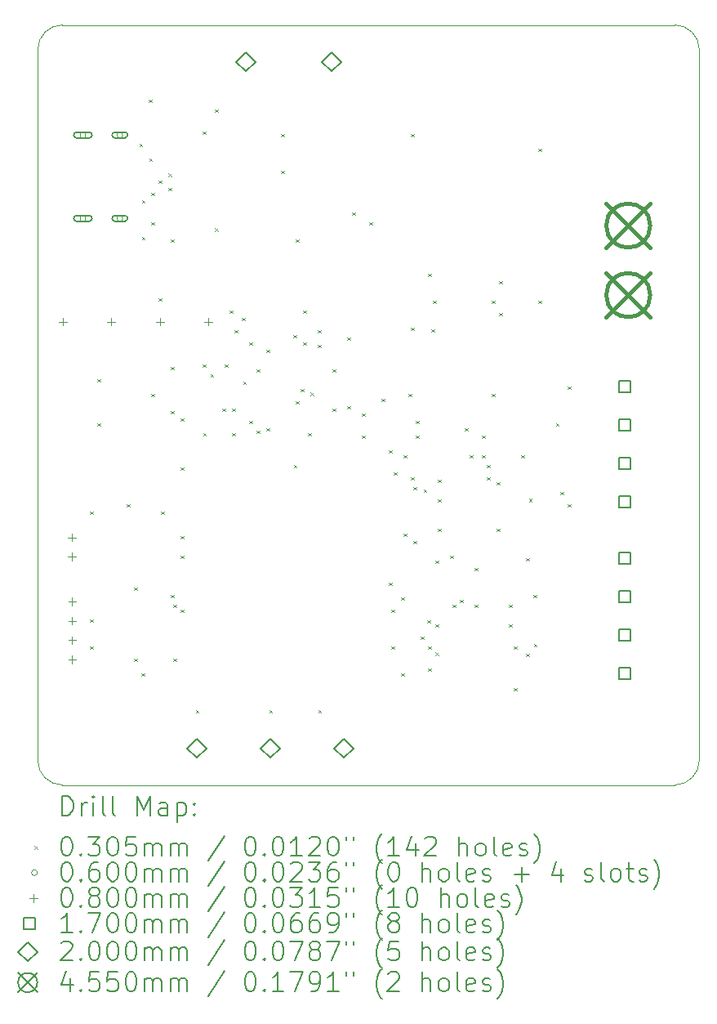
<source format=gbr>
%TF.GenerationSoftware,KiCad,Pcbnew,(6.0.7)*%
%TF.CreationDate,2022-11-10T23:39:28-08:00*%
%TF.ProjectId,Gimbal,47696d62-616c-42e6-9b69-6361645f7063,rev?*%
%TF.SameCoordinates,Original*%
%TF.FileFunction,Drillmap*%
%TF.FilePolarity,Positive*%
%FSLAX45Y45*%
G04 Gerber Fmt 4.5, Leading zero omitted, Abs format (unit mm)*
G04 Created by KiCad (PCBNEW (6.0.7)) date 2022-11-10 23:39:28*
%MOMM*%
%LPD*%
G01*
G04 APERTURE LIST*
%ADD10C,0.100000*%
%ADD11C,0.200000*%
%ADD12C,0.030480*%
%ADD13C,0.060000*%
%ADD14C,0.080000*%
%ADD15C,0.170000*%
%ADD16C,0.455000*%
G04 APERTURE END LIST*
D10*
X11684000Y-12446000D02*
X18034000Y-12446000D01*
X11430000Y-12192000D02*
X11430000Y-4826000D01*
X11684000Y-4572000D02*
G75*
G03*
X11430000Y-4826000I0J-254000D01*
G01*
X11430000Y-12192000D02*
G75*
G03*
X11684000Y-12446000I254000J0D01*
G01*
X18288000Y-12192000D02*
X18288000Y-4826000D01*
X18288000Y-4826000D02*
G75*
G03*
X18034000Y-4572000I-254000J0D01*
G01*
X18034000Y-4572000D02*
X11684000Y-4572000D01*
X18034000Y-12446000D02*
G75*
G03*
X18288000Y-12192000I0J254000D01*
G01*
D11*
D12*
X11969760Y-9611360D02*
X12000240Y-9641840D01*
X12000240Y-9611360D02*
X11969760Y-9641840D01*
X11969760Y-10728960D02*
X12000240Y-10759440D01*
X12000240Y-10728960D02*
X11969760Y-10759440D01*
X11969760Y-11008360D02*
X12000240Y-11038840D01*
X12000240Y-11008360D02*
X11969760Y-11038840D01*
X12045960Y-8239760D02*
X12076440Y-8270240D01*
X12076440Y-8239760D02*
X12045960Y-8270240D01*
X12045960Y-8696960D02*
X12076440Y-8727440D01*
X12076440Y-8696960D02*
X12045960Y-8727440D01*
X12350760Y-9535160D02*
X12381240Y-9565640D01*
X12381240Y-9535160D02*
X12350760Y-9565640D01*
X12426960Y-10398760D02*
X12457440Y-10429240D01*
X12457440Y-10398760D02*
X12426960Y-10429240D01*
X12426960Y-11135360D02*
X12457440Y-11165840D01*
X12457440Y-11135360D02*
X12426960Y-11165840D01*
X12481560Y-5801360D02*
X12512040Y-5831840D01*
X12512040Y-5801360D02*
X12481560Y-5831840D01*
X12503160Y-11287760D02*
X12533640Y-11318240D01*
X12533640Y-11287760D02*
X12503160Y-11318240D01*
X12506960Y-6385560D02*
X12537440Y-6416040D01*
X12537440Y-6385560D02*
X12506960Y-6416040D01*
X12506960Y-6766560D02*
X12537440Y-6797040D01*
X12537440Y-6766560D02*
X12506960Y-6797040D01*
X12582760Y-5344560D02*
X12613240Y-5375040D01*
X12613240Y-5344560D02*
X12582760Y-5375040D01*
X12583160Y-5953760D02*
X12613640Y-5984240D01*
X12613640Y-5953760D02*
X12583160Y-5984240D01*
X12604760Y-6309360D02*
X12635240Y-6339840D01*
X12635240Y-6309360D02*
X12604760Y-6339840D01*
X12604760Y-6614160D02*
X12635240Y-6644640D01*
X12635240Y-6614160D02*
X12604760Y-6644640D01*
X12604760Y-8392160D02*
X12635240Y-8422640D01*
X12635240Y-8392160D02*
X12604760Y-8422640D01*
X12680960Y-6182360D02*
X12711440Y-6212840D01*
X12711440Y-6182360D02*
X12680960Y-6212840D01*
X12680960Y-7401560D02*
X12711440Y-7432040D01*
X12711440Y-7401560D02*
X12680960Y-7432040D01*
X12706360Y-9611360D02*
X12736840Y-9641840D01*
X12736840Y-9611360D02*
X12706360Y-9641840D01*
X12782560Y-6109960D02*
X12813040Y-6140440D01*
X12813040Y-6109960D02*
X12782560Y-6140440D01*
X12782560Y-6258560D02*
X12813040Y-6289040D01*
X12813040Y-6258560D02*
X12782560Y-6289040D01*
X12807960Y-6791960D02*
X12838440Y-6822440D01*
X12838440Y-6791960D02*
X12807960Y-6822440D01*
X12807960Y-8112760D02*
X12838440Y-8143240D01*
X12838440Y-8112760D02*
X12807960Y-8143240D01*
X12807960Y-8569960D02*
X12838440Y-8600440D01*
X12838440Y-8569960D02*
X12807960Y-8600440D01*
X12807960Y-10474960D02*
X12838440Y-10505440D01*
X12838440Y-10474960D02*
X12807960Y-10505440D01*
X12833360Y-10576560D02*
X12863840Y-10607040D01*
X12863840Y-10576560D02*
X12833360Y-10607040D01*
X12833360Y-11135360D02*
X12863840Y-11165840D01*
X12863840Y-11135360D02*
X12833360Y-11165840D01*
X12909560Y-8646160D02*
X12940040Y-8676640D01*
X12940040Y-8646160D02*
X12909560Y-8676640D01*
X12909560Y-9154160D02*
X12940040Y-9184640D01*
X12940040Y-9154160D02*
X12909560Y-9184640D01*
X12909560Y-9865360D02*
X12940040Y-9895840D01*
X12940040Y-9865360D02*
X12909560Y-9895840D01*
X12909560Y-10068560D02*
X12940040Y-10099040D01*
X12940040Y-10068560D02*
X12909560Y-10099040D01*
X12909560Y-10627360D02*
X12940040Y-10657840D01*
X12940040Y-10627360D02*
X12909560Y-10657840D01*
X13065760Y-11668760D02*
X13096240Y-11699240D01*
X13096240Y-11668760D02*
X13065760Y-11699240D01*
X13138160Y-5674360D02*
X13168640Y-5704840D01*
X13168640Y-5674360D02*
X13138160Y-5704840D01*
X13138160Y-8087360D02*
X13168640Y-8117840D01*
X13168640Y-8087360D02*
X13138160Y-8117840D01*
X13141960Y-8798560D02*
X13172440Y-8829040D01*
X13172440Y-8798560D02*
X13141960Y-8829040D01*
X13218160Y-8188960D02*
X13248640Y-8219440D01*
X13248640Y-8188960D02*
X13218160Y-8219440D01*
X13265160Y-5445760D02*
X13295640Y-5476240D01*
X13295640Y-5445760D02*
X13265160Y-5476240D01*
X13265160Y-6677450D02*
X13295640Y-6707930D01*
X13295640Y-6677450D02*
X13265160Y-6707930D01*
X13341360Y-8544560D02*
X13371840Y-8575040D01*
X13371840Y-8544560D02*
X13341360Y-8575040D01*
X13366760Y-8087360D02*
X13397240Y-8117840D01*
X13397240Y-8087360D02*
X13366760Y-8117840D01*
X13417560Y-7528560D02*
X13448040Y-7559040D01*
X13448040Y-7528560D02*
X13417560Y-7559040D01*
X13442960Y-8544560D02*
X13473440Y-8575040D01*
X13473440Y-8544560D02*
X13442960Y-8575040D01*
X13442960Y-8798560D02*
X13473440Y-8829040D01*
X13473440Y-8798560D02*
X13442960Y-8829040D01*
X13468360Y-7731760D02*
X13498840Y-7762240D01*
X13498840Y-7731760D02*
X13468360Y-7762240D01*
X13544560Y-7604760D02*
X13575040Y-7635240D01*
X13575040Y-7604760D02*
X13544560Y-7635240D01*
X13557310Y-8265160D02*
X13587790Y-8295640D01*
X13587790Y-8265160D02*
X13557310Y-8295640D01*
X13620760Y-7858760D02*
X13651240Y-7889240D01*
X13651240Y-7858760D02*
X13620760Y-7889240D01*
X13620760Y-8671560D02*
X13651240Y-8702040D01*
X13651240Y-8671560D02*
X13620760Y-8702040D01*
X13696960Y-8138160D02*
X13727440Y-8168640D01*
X13727440Y-8138160D02*
X13696960Y-8168640D01*
X13696960Y-8773160D02*
X13727440Y-8803640D01*
X13727440Y-8773160D02*
X13696960Y-8803640D01*
X13798560Y-7934960D02*
X13829040Y-7965440D01*
X13829040Y-7934960D02*
X13798560Y-7965440D01*
X13798560Y-8747760D02*
X13829040Y-8778240D01*
X13829040Y-8747760D02*
X13798560Y-8778240D01*
X13827760Y-11668760D02*
X13858240Y-11699240D01*
X13858240Y-11668760D02*
X13827760Y-11699240D01*
X13950960Y-5699760D02*
X13981440Y-5730240D01*
X13981440Y-5699760D02*
X13950960Y-5730240D01*
X13950960Y-6080760D02*
X13981440Y-6111240D01*
X13981440Y-6080760D02*
X13950960Y-6111240D01*
X14077960Y-7782560D02*
X14108440Y-7813040D01*
X14108440Y-7782560D02*
X14077960Y-7813040D01*
X14081760Y-9128760D02*
X14112240Y-9159240D01*
X14112240Y-9128760D02*
X14081760Y-9159240D01*
X14103360Y-6791960D02*
X14133840Y-6822440D01*
X14133840Y-6791960D02*
X14103360Y-6822440D01*
X14103360Y-8468360D02*
X14133840Y-8498840D01*
X14133840Y-8468360D02*
X14103360Y-8498840D01*
X14154160Y-8341360D02*
X14184640Y-8371840D01*
X14184640Y-8341360D02*
X14154160Y-8371840D01*
X14179560Y-7528560D02*
X14210040Y-7559040D01*
X14210040Y-7528560D02*
X14179560Y-7559040D01*
X14179560Y-7858760D02*
X14210040Y-7889240D01*
X14210040Y-7858760D02*
X14179560Y-7889240D01*
X14230360Y-8798560D02*
X14260840Y-8829040D01*
X14260840Y-8798560D02*
X14230360Y-8829040D01*
X14255760Y-8379510D02*
X14286240Y-8409990D01*
X14286240Y-8379510D02*
X14255760Y-8409990D01*
X14331960Y-7731760D02*
X14362440Y-7762240D01*
X14362440Y-7731760D02*
X14331960Y-7762240D01*
X14331960Y-7884160D02*
X14362440Y-7914640D01*
X14362440Y-7884160D02*
X14331960Y-7914640D01*
X14335760Y-11668760D02*
X14366240Y-11699240D01*
X14366240Y-11668760D02*
X14335760Y-11699240D01*
X14484360Y-8138160D02*
X14514840Y-8168640D01*
X14514840Y-8138160D02*
X14484360Y-8168640D01*
X14484360Y-8544560D02*
X14514840Y-8575040D01*
X14514840Y-8544560D02*
X14484360Y-8575040D01*
X14636760Y-7807960D02*
X14667240Y-7838440D01*
X14667240Y-7807960D02*
X14636760Y-7838440D01*
X14636760Y-8519160D02*
X14667240Y-8549640D01*
X14667240Y-8519160D02*
X14636760Y-8549640D01*
X14687560Y-6512560D02*
X14718040Y-6543040D01*
X14718040Y-6512560D02*
X14687560Y-6543040D01*
X14789160Y-8595360D02*
X14819640Y-8625840D01*
X14819640Y-8595360D02*
X14789160Y-8625840D01*
X14789160Y-8823960D02*
X14819640Y-8854440D01*
X14819640Y-8823960D02*
X14789160Y-8854440D01*
X14865360Y-6614160D02*
X14895840Y-6644640D01*
X14895840Y-6614160D02*
X14865360Y-6644640D01*
X14992360Y-8442960D02*
X15022840Y-8473440D01*
X15022840Y-8442960D02*
X14992360Y-8473440D01*
X15068560Y-8976360D02*
X15099040Y-9006840D01*
X15099040Y-8976360D02*
X15068560Y-9006840D01*
X15068560Y-10347960D02*
X15099040Y-10378440D01*
X15099040Y-10347960D02*
X15068560Y-10378440D01*
X15093960Y-10627360D02*
X15124440Y-10657840D01*
X15124440Y-10627360D02*
X15093960Y-10657840D01*
X15093960Y-11008360D02*
X15124440Y-11038840D01*
X15124440Y-11008360D02*
X15093960Y-11038840D01*
X15119360Y-9204960D02*
X15149840Y-9235440D01*
X15149840Y-9204960D02*
X15119360Y-9235440D01*
X15195560Y-10500360D02*
X15226040Y-10530840D01*
X15226040Y-10500360D02*
X15195560Y-10530840D01*
X15195560Y-11287760D02*
X15226040Y-11318240D01*
X15226040Y-11287760D02*
X15195560Y-11318240D01*
X15220960Y-9027160D02*
X15251440Y-9057640D01*
X15251440Y-9027160D02*
X15220960Y-9057640D01*
X15220960Y-9839960D02*
X15251440Y-9870440D01*
X15251440Y-9839960D02*
X15220960Y-9870440D01*
X15271760Y-8392160D02*
X15302240Y-8422640D01*
X15302240Y-8392160D02*
X15271760Y-8422640D01*
X15297160Y-5699760D02*
X15327640Y-5730240D01*
X15327640Y-5699760D02*
X15297160Y-5730240D01*
X15297160Y-7706360D02*
X15327640Y-7736840D01*
X15327640Y-7706360D02*
X15297160Y-7736840D01*
X15297160Y-9255760D02*
X15327640Y-9286240D01*
X15327640Y-9255760D02*
X15297160Y-9286240D01*
X15322560Y-9357360D02*
X15353040Y-9387840D01*
X15353040Y-9357360D02*
X15322560Y-9387840D01*
X15322560Y-9916160D02*
X15353040Y-9946640D01*
X15353040Y-9916160D02*
X15322560Y-9946640D01*
X15347960Y-8671560D02*
X15378440Y-8702040D01*
X15378440Y-8671560D02*
X15347960Y-8702040D01*
X15347960Y-8823960D02*
X15378440Y-8854440D01*
X15378440Y-8823960D02*
X15347960Y-8854440D01*
X15398760Y-10906760D02*
X15429240Y-10937240D01*
X15429240Y-10906760D02*
X15398760Y-10937240D01*
X15427960Y-9382760D02*
X15458440Y-9413240D01*
X15458440Y-9382760D02*
X15427960Y-9413240D01*
X15467290Y-10737563D02*
X15497770Y-10768043D01*
X15497770Y-10737563D02*
X15467290Y-10768043D01*
X15474960Y-7147560D02*
X15505440Y-7178040D01*
X15505440Y-7147560D02*
X15474960Y-7178040D01*
X15474960Y-11008360D02*
X15505440Y-11038840D01*
X15505440Y-11008360D02*
X15474960Y-11038840D01*
X15474960Y-11236960D02*
X15505440Y-11267440D01*
X15505440Y-11236960D02*
X15474960Y-11267440D01*
X15508960Y-7723160D02*
X15539440Y-7753640D01*
X15539440Y-7723160D02*
X15508960Y-7753640D01*
X15525760Y-7426960D02*
X15556240Y-7457440D01*
X15556240Y-7426960D02*
X15525760Y-7457440D01*
X15551160Y-10119360D02*
X15581640Y-10149840D01*
X15581640Y-10119360D02*
X15551160Y-10149840D01*
X15551160Y-10779760D02*
X15581640Y-10810240D01*
X15581640Y-10779760D02*
X15551160Y-10810240D01*
X15551160Y-11071810D02*
X15581640Y-11102290D01*
X15581640Y-11071810D02*
X15551160Y-11102290D01*
X15576560Y-9281160D02*
X15607040Y-9311640D01*
X15607040Y-9281160D02*
X15576560Y-9311640D01*
X15576560Y-9484360D02*
X15607040Y-9514840D01*
X15607040Y-9484360D02*
X15576560Y-9514840D01*
X15576560Y-9789160D02*
X15607040Y-9819640D01*
X15607040Y-9789160D02*
X15576560Y-9819640D01*
X15703560Y-10068560D02*
X15734040Y-10099040D01*
X15734040Y-10068560D02*
X15703560Y-10099040D01*
X15728960Y-10576560D02*
X15759440Y-10607040D01*
X15759440Y-10576560D02*
X15728960Y-10607040D01*
X15805160Y-10525760D02*
X15835640Y-10556240D01*
X15835640Y-10525760D02*
X15805160Y-10556240D01*
X15855960Y-8747760D02*
X15886440Y-8778240D01*
X15886440Y-8747760D02*
X15855960Y-8778240D01*
X15906760Y-9027160D02*
X15937240Y-9057640D01*
X15937240Y-9027160D02*
X15906760Y-9057640D01*
X15957560Y-10195560D02*
X15988040Y-10226040D01*
X15988040Y-10195560D02*
X15957560Y-10226040D01*
X15957560Y-10576560D02*
X15988040Y-10607040D01*
X15988040Y-10576560D02*
X15957560Y-10607040D01*
X16033760Y-8823960D02*
X16064240Y-8854440D01*
X16064240Y-8823960D02*
X16033760Y-8854440D01*
X16033760Y-9027160D02*
X16064240Y-9057640D01*
X16064240Y-9027160D02*
X16033760Y-9057640D01*
X16084560Y-9128760D02*
X16115040Y-9159240D01*
X16115040Y-9128760D02*
X16084560Y-9159240D01*
X16084560Y-9255760D02*
X16115040Y-9286240D01*
X16115040Y-9255760D02*
X16084560Y-9286240D01*
X16135360Y-7426960D02*
X16165840Y-7457440D01*
X16165840Y-7426960D02*
X16135360Y-7457440D01*
X16135360Y-8392160D02*
X16165840Y-8422640D01*
X16165840Y-8392160D02*
X16135360Y-8422640D01*
X16186160Y-9306560D02*
X16216640Y-9337040D01*
X16216640Y-9306560D02*
X16186160Y-9337040D01*
X16186160Y-9789160D02*
X16216640Y-9819640D01*
X16216640Y-9789160D02*
X16186160Y-9819640D01*
X16211560Y-7223760D02*
X16242040Y-7254240D01*
X16242040Y-7223760D02*
X16211560Y-7254240D01*
X16211560Y-7553960D02*
X16242040Y-7584440D01*
X16242040Y-7553960D02*
X16211560Y-7584440D01*
X16313160Y-10576560D02*
X16343640Y-10607040D01*
X16343640Y-10576560D02*
X16313160Y-10607040D01*
X16313160Y-10779760D02*
X16343640Y-10810240D01*
X16343640Y-10779760D02*
X16313160Y-10810240D01*
X16363960Y-11008360D02*
X16394440Y-11038840D01*
X16394440Y-11008360D02*
X16363960Y-11038840D01*
X16363960Y-11440160D02*
X16394440Y-11470640D01*
X16394440Y-11440160D02*
X16363960Y-11470640D01*
X16440160Y-9027160D02*
X16470640Y-9057640D01*
X16470640Y-9027160D02*
X16440160Y-9057640D01*
X16490960Y-10093960D02*
X16521440Y-10124440D01*
X16521440Y-10093960D02*
X16490960Y-10124440D01*
X16490960Y-11084560D02*
X16521440Y-11115040D01*
X16521440Y-11084560D02*
X16490960Y-11115040D01*
X16520160Y-9479330D02*
X16550640Y-9509810D01*
X16550640Y-9479330D02*
X16520160Y-9509810D01*
X16567160Y-10474960D02*
X16597640Y-10505440D01*
X16597640Y-10474960D02*
X16567160Y-10505440D01*
X16570960Y-10982960D02*
X16601440Y-11013440D01*
X16601440Y-10982960D02*
X16570960Y-11013440D01*
X16617960Y-5852160D02*
X16648440Y-5882640D01*
X16648440Y-5852160D02*
X16617960Y-5882640D01*
X16617960Y-7426960D02*
X16648440Y-7457440D01*
X16648440Y-7426960D02*
X16617960Y-7457440D01*
X16799560Y-8696960D02*
X16830040Y-8727440D01*
X16830040Y-8696960D02*
X16799560Y-8727440D01*
X16846560Y-9408160D02*
X16877040Y-9438640D01*
X16877040Y-9408160D02*
X16846560Y-9438640D01*
X16922760Y-8315960D02*
X16953240Y-8346440D01*
X16953240Y-8315960D02*
X16922760Y-8346440D01*
X16922760Y-9535160D02*
X16953240Y-9565640D01*
X16953240Y-9535160D02*
X16922760Y-9565640D01*
D13*
X11927550Y-5712400D02*
G75*
G03*
X11927550Y-5712400I-30000J0D01*
G01*
D11*
X11962550Y-5682400D02*
X11832550Y-5682400D01*
X11962550Y-5742400D02*
X11832550Y-5742400D01*
X11832550Y-5682400D02*
G75*
G03*
X11832550Y-5742400I0J-30000D01*
G01*
X11962550Y-5742400D02*
G75*
G03*
X11962550Y-5682400I0J30000D01*
G01*
D13*
X11927550Y-6576400D02*
G75*
G03*
X11927550Y-6576400I-30000J0D01*
G01*
D11*
X11962550Y-6546400D02*
X11832550Y-6546400D01*
X11962550Y-6606400D02*
X11832550Y-6606400D01*
X11832550Y-6546400D02*
G75*
G03*
X11832550Y-6606400I0J-30000D01*
G01*
X11962550Y-6606400D02*
G75*
G03*
X11962550Y-6546400I0J30000D01*
G01*
D13*
X12310050Y-5712400D02*
G75*
G03*
X12310050Y-5712400I-30000J0D01*
G01*
D11*
X12330050Y-5682400D02*
X12230050Y-5682400D01*
X12330050Y-5742400D02*
X12230050Y-5742400D01*
X12230050Y-5682400D02*
G75*
G03*
X12230050Y-5742400I0J-30000D01*
G01*
X12330050Y-5742400D02*
G75*
G03*
X12330050Y-5682400I0J30000D01*
G01*
D13*
X12310050Y-6576400D02*
G75*
G03*
X12310050Y-6576400I-30000J0D01*
G01*
D11*
X12330050Y-6546400D02*
X12230050Y-6546400D01*
X12330050Y-6606400D02*
X12230050Y-6606400D01*
X12230050Y-6546400D02*
G75*
G03*
X12230050Y-6606400I0J-30000D01*
G01*
X12330050Y-6606400D02*
G75*
G03*
X12330050Y-6546400I0J30000D01*
G01*
D14*
X11688200Y-7605400D02*
X11688200Y-7685400D01*
X11648200Y-7645400D02*
X11728200Y-7645400D01*
X11781800Y-9840600D02*
X11781800Y-9920600D01*
X11741800Y-9880600D02*
X11821800Y-9880600D01*
X11781800Y-10040600D02*
X11781800Y-10120600D01*
X11741800Y-10080600D02*
X11821800Y-10080600D01*
X11787000Y-10505800D02*
X11787000Y-10585800D01*
X11747000Y-10545800D02*
X11827000Y-10545800D01*
X11787000Y-10705800D02*
X11787000Y-10785800D01*
X11747000Y-10745800D02*
X11827000Y-10745800D01*
X11787000Y-10905800D02*
X11787000Y-10985800D01*
X11747000Y-10945800D02*
X11827000Y-10945800D01*
X11787000Y-11105800D02*
X11787000Y-11185800D01*
X11747000Y-11145800D02*
X11827000Y-11145800D01*
X12188200Y-7605400D02*
X12188200Y-7685400D01*
X12148200Y-7645400D02*
X12228200Y-7645400D01*
X12696200Y-7605400D02*
X12696200Y-7685400D01*
X12656200Y-7645400D02*
X12736200Y-7645400D01*
X13196200Y-7605400D02*
X13196200Y-7685400D01*
X13156200Y-7645400D02*
X13236200Y-7645400D01*
D15*
X17571805Y-8381505D02*
X17571805Y-8261295D01*
X17451595Y-8261295D01*
X17451595Y-8381505D01*
X17571805Y-8381505D01*
X17571805Y-8777505D02*
X17571805Y-8657295D01*
X17451595Y-8657295D01*
X17451595Y-8777505D01*
X17571805Y-8777505D01*
X17571805Y-9173505D02*
X17571805Y-9053295D01*
X17451595Y-9053295D01*
X17451595Y-9173505D01*
X17571805Y-9173505D01*
X17571805Y-9569505D02*
X17571805Y-9449295D01*
X17451595Y-9449295D01*
X17451595Y-9569505D01*
X17571805Y-9569505D01*
X17571805Y-10159505D02*
X17571805Y-10039295D01*
X17451595Y-10039295D01*
X17451595Y-10159505D01*
X17571805Y-10159505D01*
X17571805Y-10555505D02*
X17571805Y-10435295D01*
X17451595Y-10435295D01*
X17451595Y-10555505D01*
X17571805Y-10555505D01*
X17571805Y-10951505D02*
X17571805Y-10831295D01*
X17451595Y-10831295D01*
X17451595Y-10951505D01*
X17571805Y-10951505D01*
X17571805Y-11347505D02*
X17571805Y-11227295D01*
X17451595Y-11227295D01*
X17451595Y-11347505D01*
X17571805Y-11347505D01*
D11*
X13081000Y-12165000D02*
X13181000Y-12065000D01*
X13081000Y-11965000D01*
X12981000Y-12065000D01*
X13081000Y-12165000D01*
X13589000Y-5053000D02*
X13689000Y-4953000D01*
X13589000Y-4853000D01*
X13489000Y-4953000D01*
X13589000Y-5053000D01*
X13843000Y-12165000D02*
X13943000Y-12065000D01*
X13843000Y-11965000D01*
X13743000Y-12065000D01*
X13843000Y-12165000D01*
X14478000Y-5053000D02*
X14578000Y-4953000D01*
X14478000Y-4853000D01*
X14378000Y-4953000D01*
X14478000Y-5053000D01*
X14605000Y-12165000D02*
X14705000Y-12065000D01*
X14605000Y-11965000D01*
X14505000Y-12065000D01*
X14605000Y-12165000D01*
D16*
X17323900Y-6422900D02*
X17778900Y-6877900D01*
X17778900Y-6422900D02*
X17323900Y-6877900D01*
X17778900Y-6650400D02*
G75*
G03*
X17778900Y-6650400I-227500J0D01*
G01*
X17323900Y-7142900D02*
X17778900Y-7597900D01*
X17778900Y-7142900D02*
X17323900Y-7597900D01*
X17778900Y-7370400D02*
G75*
G03*
X17778900Y-7370400I-227500J0D01*
G01*
D11*
X11682619Y-12761476D02*
X11682619Y-12561476D01*
X11730238Y-12561476D01*
X11758809Y-12571000D01*
X11777857Y-12590048D01*
X11787381Y-12609095D01*
X11796905Y-12647190D01*
X11796905Y-12675762D01*
X11787381Y-12713857D01*
X11777857Y-12732905D01*
X11758809Y-12751952D01*
X11730238Y-12761476D01*
X11682619Y-12761476D01*
X11882619Y-12761476D02*
X11882619Y-12628143D01*
X11882619Y-12666238D02*
X11892143Y-12647190D01*
X11901667Y-12637667D01*
X11920714Y-12628143D01*
X11939762Y-12628143D01*
X12006428Y-12761476D02*
X12006428Y-12628143D01*
X12006428Y-12561476D02*
X11996905Y-12571000D01*
X12006428Y-12580524D01*
X12015952Y-12571000D01*
X12006428Y-12561476D01*
X12006428Y-12580524D01*
X12130238Y-12761476D02*
X12111190Y-12751952D01*
X12101667Y-12732905D01*
X12101667Y-12561476D01*
X12235000Y-12761476D02*
X12215952Y-12751952D01*
X12206428Y-12732905D01*
X12206428Y-12561476D01*
X12463571Y-12761476D02*
X12463571Y-12561476D01*
X12530238Y-12704333D01*
X12596905Y-12561476D01*
X12596905Y-12761476D01*
X12777857Y-12761476D02*
X12777857Y-12656714D01*
X12768333Y-12637667D01*
X12749286Y-12628143D01*
X12711190Y-12628143D01*
X12692143Y-12637667D01*
X12777857Y-12751952D02*
X12758809Y-12761476D01*
X12711190Y-12761476D01*
X12692143Y-12751952D01*
X12682619Y-12732905D01*
X12682619Y-12713857D01*
X12692143Y-12694809D01*
X12711190Y-12685286D01*
X12758809Y-12685286D01*
X12777857Y-12675762D01*
X12873095Y-12628143D02*
X12873095Y-12828143D01*
X12873095Y-12637667D02*
X12892143Y-12628143D01*
X12930238Y-12628143D01*
X12949286Y-12637667D01*
X12958809Y-12647190D01*
X12968333Y-12666238D01*
X12968333Y-12723381D01*
X12958809Y-12742428D01*
X12949286Y-12751952D01*
X12930238Y-12761476D01*
X12892143Y-12761476D01*
X12873095Y-12751952D01*
X13054048Y-12742428D02*
X13063571Y-12751952D01*
X13054048Y-12761476D01*
X13044524Y-12751952D01*
X13054048Y-12742428D01*
X13054048Y-12761476D01*
X13054048Y-12637667D02*
X13063571Y-12647190D01*
X13054048Y-12656714D01*
X13044524Y-12647190D01*
X13054048Y-12637667D01*
X13054048Y-12656714D01*
D12*
X11394520Y-13075760D02*
X11425000Y-13106240D01*
X11425000Y-13075760D02*
X11394520Y-13106240D01*
D11*
X11720714Y-12981476D02*
X11739762Y-12981476D01*
X11758809Y-12991000D01*
X11768333Y-13000524D01*
X11777857Y-13019571D01*
X11787381Y-13057667D01*
X11787381Y-13105286D01*
X11777857Y-13143381D01*
X11768333Y-13162428D01*
X11758809Y-13171952D01*
X11739762Y-13181476D01*
X11720714Y-13181476D01*
X11701667Y-13171952D01*
X11692143Y-13162428D01*
X11682619Y-13143381D01*
X11673095Y-13105286D01*
X11673095Y-13057667D01*
X11682619Y-13019571D01*
X11692143Y-13000524D01*
X11701667Y-12991000D01*
X11720714Y-12981476D01*
X11873095Y-13162428D02*
X11882619Y-13171952D01*
X11873095Y-13181476D01*
X11863571Y-13171952D01*
X11873095Y-13162428D01*
X11873095Y-13181476D01*
X11949286Y-12981476D02*
X12073095Y-12981476D01*
X12006428Y-13057667D01*
X12035000Y-13057667D01*
X12054048Y-13067190D01*
X12063571Y-13076714D01*
X12073095Y-13095762D01*
X12073095Y-13143381D01*
X12063571Y-13162428D01*
X12054048Y-13171952D01*
X12035000Y-13181476D01*
X11977857Y-13181476D01*
X11958809Y-13171952D01*
X11949286Y-13162428D01*
X12196905Y-12981476D02*
X12215952Y-12981476D01*
X12235000Y-12991000D01*
X12244524Y-13000524D01*
X12254048Y-13019571D01*
X12263571Y-13057667D01*
X12263571Y-13105286D01*
X12254048Y-13143381D01*
X12244524Y-13162428D01*
X12235000Y-13171952D01*
X12215952Y-13181476D01*
X12196905Y-13181476D01*
X12177857Y-13171952D01*
X12168333Y-13162428D01*
X12158809Y-13143381D01*
X12149286Y-13105286D01*
X12149286Y-13057667D01*
X12158809Y-13019571D01*
X12168333Y-13000524D01*
X12177857Y-12991000D01*
X12196905Y-12981476D01*
X12444524Y-12981476D02*
X12349286Y-12981476D01*
X12339762Y-13076714D01*
X12349286Y-13067190D01*
X12368333Y-13057667D01*
X12415952Y-13057667D01*
X12435000Y-13067190D01*
X12444524Y-13076714D01*
X12454048Y-13095762D01*
X12454048Y-13143381D01*
X12444524Y-13162428D01*
X12435000Y-13171952D01*
X12415952Y-13181476D01*
X12368333Y-13181476D01*
X12349286Y-13171952D01*
X12339762Y-13162428D01*
X12539762Y-13181476D02*
X12539762Y-13048143D01*
X12539762Y-13067190D02*
X12549286Y-13057667D01*
X12568333Y-13048143D01*
X12596905Y-13048143D01*
X12615952Y-13057667D01*
X12625476Y-13076714D01*
X12625476Y-13181476D01*
X12625476Y-13076714D02*
X12635000Y-13057667D01*
X12654048Y-13048143D01*
X12682619Y-13048143D01*
X12701667Y-13057667D01*
X12711190Y-13076714D01*
X12711190Y-13181476D01*
X12806428Y-13181476D02*
X12806428Y-13048143D01*
X12806428Y-13067190D02*
X12815952Y-13057667D01*
X12835000Y-13048143D01*
X12863571Y-13048143D01*
X12882619Y-13057667D01*
X12892143Y-13076714D01*
X12892143Y-13181476D01*
X12892143Y-13076714D02*
X12901667Y-13057667D01*
X12920714Y-13048143D01*
X12949286Y-13048143D01*
X12968333Y-13057667D01*
X12977857Y-13076714D01*
X12977857Y-13181476D01*
X13368333Y-12971952D02*
X13196905Y-13229095D01*
X13625476Y-12981476D02*
X13644524Y-12981476D01*
X13663571Y-12991000D01*
X13673095Y-13000524D01*
X13682619Y-13019571D01*
X13692143Y-13057667D01*
X13692143Y-13105286D01*
X13682619Y-13143381D01*
X13673095Y-13162428D01*
X13663571Y-13171952D01*
X13644524Y-13181476D01*
X13625476Y-13181476D01*
X13606428Y-13171952D01*
X13596905Y-13162428D01*
X13587381Y-13143381D01*
X13577857Y-13105286D01*
X13577857Y-13057667D01*
X13587381Y-13019571D01*
X13596905Y-13000524D01*
X13606428Y-12991000D01*
X13625476Y-12981476D01*
X13777857Y-13162428D02*
X13787381Y-13171952D01*
X13777857Y-13181476D01*
X13768333Y-13171952D01*
X13777857Y-13162428D01*
X13777857Y-13181476D01*
X13911190Y-12981476D02*
X13930238Y-12981476D01*
X13949286Y-12991000D01*
X13958809Y-13000524D01*
X13968333Y-13019571D01*
X13977857Y-13057667D01*
X13977857Y-13105286D01*
X13968333Y-13143381D01*
X13958809Y-13162428D01*
X13949286Y-13171952D01*
X13930238Y-13181476D01*
X13911190Y-13181476D01*
X13892143Y-13171952D01*
X13882619Y-13162428D01*
X13873095Y-13143381D01*
X13863571Y-13105286D01*
X13863571Y-13057667D01*
X13873095Y-13019571D01*
X13882619Y-13000524D01*
X13892143Y-12991000D01*
X13911190Y-12981476D01*
X14168333Y-13181476D02*
X14054048Y-13181476D01*
X14111190Y-13181476D02*
X14111190Y-12981476D01*
X14092143Y-13010048D01*
X14073095Y-13029095D01*
X14054048Y-13038619D01*
X14244524Y-13000524D02*
X14254048Y-12991000D01*
X14273095Y-12981476D01*
X14320714Y-12981476D01*
X14339762Y-12991000D01*
X14349286Y-13000524D01*
X14358809Y-13019571D01*
X14358809Y-13038619D01*
X14349286Y-13067190D01*
X14235000Y-13181476D01*
X14358809Y-13181476D01*
X14482619Y-12981476D02*
X14501667Y-12981476D01*
X14520714Y-12991000D01*
X14530238Y-13000524D01*
X14539762Y-13019571D01*
X14549286Y-13057667D01*
X14549286Y-13105286D01*
X14539762Y-13143381D01*
X14530238Y-13162428D01*
X14520714Y-13171952D01*
X14501667Y-13181476D01*
X14482619Y-13181476D01*
X14463571Y-13171952D01*
X14454048Y-13162428D01*
X14444524Y-13143381D01*
X14435000Y-13105286D01*
X14435000Y-13057667D01*
X14444524Y-13019571D01*
X14454048Y-13000524D01*
X14463571Y-12991000D01*
X14482619Y-12981476D01*
X14625476Y-12981476D02*
X14625476Y-13019571D01*
X14701667Y-12981476D02*
X14701667Y-13019571D01*
X14996905Y-13257667D02*
X14987381Y-13248143D01*
X14968333Y-13219571D01*
X14958809Y-13200524D01*
X14949286Y-13171952D01*
X14939762Y-13124333D01*
X14939762Y-13086238D01*
X14949286Y-13038619D01*
X14958809Y-13010048D01*
X14968333Y-12991000D01*
X14987381Y-12962428D01*
X14996905Y-12952905D01*
X15177857Y-13181476D02*
X15063571Y-13181476D01*
X15120714Y-13181476D02*
X15120714Y-12981476D01*
X15101667Y-13010048D01*
X15082619Y-13029095D01*
X15063571Y-13038619D01*
X15349286Y-13048143D02*
X15349286Y-13181476D01*
X15301667Y-12971952D02*
X15254048Y-13114809D01*
X15377857Y-13114809D01*
X15444524Y-13000524D02*
X15454048Y-12991000D01*
X15473095Y-12981476D01*
X15520714Y-12981476D01*
X15539762Y-12991000D01*
X15549286Y-13000524D01*
X15558809Y-13019571D01*
X15558809Y-13038619D01*
X15549286Y-13067190D01*
X15435000Y-13181476D01*
X15558809Y-13181476D01*
X15796905Y-13181476D02*
X15796905Y-12981476D01*
X15882619Y-13181476D02*
X15882619Y-13076714D01*
X15873095Y-13057667D01*
X15854048Y-13048143D01*
X15825476Y-13048143D01*
X15806428Y-13057667D01*
X15796905Y-13067190D01*
X16006428Y-13181476D02*
X15987381Y-13171952D01*
X15977857Y-13162428D01*
X15968333Y-13143381D01*
X15968333Y-13086238D01*
X15977857Y-13067190D01*
X15987381Y-13057667D01*
X16006428Y-13048143D01*
X16035000Y-13048143D01*
X16054048Y-13057667D01*
X16063571Y-13067190D01*
X16073095Y-13086238D01*
X16073095Y-13143381D01*
X16063571Y-13162428D01*
X16054048Y-13171952D01*
X16035000Y-13181476D01*
X16006428Y-13181476D01*
X16187381Y-13181476D02*
X16168333Y-13171952D01*
X16158809Y-13152905D01*
X16158809Y-12981476D01*
X16339762Y-13171952D02*
X16320714Y-13181476D01*
X16282619Y-13181476D01*
X16263571Y-13171952D01*
X16254048Y-13152905D01*
X16254048Y-13076714D01*
X16263571Y-13057667D01*
X16282619Y-13048143D01*
X16320714Y-13048143D01*
X16339762Y-13057667D01*
X16349286Y-13076714D01*
X16349286Y-13095762D01*
X16254048Y-13114809D01*
X16425476Y-13171952D02*
X16444524Y-13181476D01*
X16482619Y-13181476D01*
X16501667Y-13171952D01*
X16511190Y-13152905D01*
X16511190Y-13143381D01*
X16501667Y-13124333D01*
X16482619Y-13114809D01*
X16454048Y-13114809D01*
X16435000Y-13105286D01*
X16425476Y-13086238D01*
X16425476Y-13076714D01*
X16435000Y-13057667D01*
X16454048Y-13048143D01*
X16482619Y-13048143D01*
X16501667Y-13057667D01*
X16577857Y-13257667D02*
X16587381Y-13248143D01*
X16606428Y-13219571D01*
X16615952Y-13200524D01*
X16625476Y-13171952D01*
X16635000Y-13124333D01*
X16635000Y-13086238D01*
X16625476Y-13038619D01*
X16615952Y-13010048D01*
X16606428Y-12991000D01*
X16587381Y-12962428D01*
X16577857Y-12952905D01*
D13*
X11425000Y-13355000D02*
G75*
G03*
X11425000Y-13355000I-30000J0D01*
G01*
D11*
X11720714Y-13245476D02*
X11739762Y-13245476D01*
X11758809Y-13255000D01*
X11768333Y-13264524D01*
X11777857Y-13283571D01*
X11787381Y-13321667D01*
X11787381Y-13369286D01*
X11777857Y-13407381D01*
X11768333Y-13426428D01*
X11758809Y-13435952D01*
X11739762Y-13445476D01*
X11720714Y-13445476D01*
X11701667Y-13435952D01*
X11692143Y-13426428D01*
X11682619Y-13407381D01*
X11673095Y-13369286D01*
X11673095Y-13321667D01*
X11682619Y-13283571D01*
X11692143Y-13264524D01*
X11701667Y-13255000D01*
X11720714Y-13245476D01*
X11873095Y-13426428D02*
X11882619Y-13435952D01*
X11873095Y-13445476D01*
X11863571Y-13435952D01*
X11873095Y-13426428D01*
X11873095Y-13445476D01*
X12054048Y-13245476D02*
X12015952Y-13245476D01*
X11996905Y-13255000D01*
X11987381Y-13264524D01*
X11968333Y-13293095D01*
X11958809Y-13331190D01*
X11958809Y-13407381D01*
X11968333Y-13426428D01*
X11977857Y-13435952D01*
X11996905Y-13445476D01*
X12035000Y-13445476D01*
X12054048Y-13435952D01*
X12063571Y-13426428D01*
X12073095Y-13407381D01*
X12073095Y-13359762D01*
X12063571Y-13340714D01*
X12054048Y-13331190D01*
X12035000Y-13321667D01*
X11996905Y-13321667D01*
X11977857Y-13331190D01*
X11968333Y-13340714D01*
X11958809Y-13359762D01*
X12196905Y-13245476D02*
X12215952Y-13245476D01*
X12235000Y-13255000D01*
X12244524Y-13264524D01*
X12254048Y-13283571D01*
X12263571Y-13321667D01*
X12263571Y-13369286D01*
X12254048Y-13407381D01*
X12244524Y-13426428D01*
X12235000Y-13435952D01*
X12215952Y-13445476D01*
X12196905Y-13445476D01*
X12177857Y-13435952D01*
X12168333Y-13426428D01*
X12158809Y-13407381D01*
X12149286Y-13369286D01*
X12149286Y-13321667D01*
X12158809Y-13283571D01*
X12168333Y-13264524D01*
X12177857Y-13255000D01*
X12196905Y-13245476D01*
X12387381Y-13245476D02*
X12406428Y-13245476D01*
X12425476Y-13255000D01*
X12435000Y-13264524D01*
X12444524Y-13283571D01*
X12454048Y-13321667D01*
X12454048Y-13369286D01*
X12444524Y-13407381D01*
X12435000Y-13426428D01*
X12425476Y-13435952D01*
X12406428Y-13445476D01*
X12387381Y-13445476D01*
X12368333Y-13435952D01*
X12358809Y-13426428D01*
X12349286Y-13407381D01*
X12339762Y-13369286D01*
X12339762Y-13321667D01*
X12349286Y-13283571D01*
X12358809Y-13264524D01*
X12368333Y-13255000D01*
X12387381Y-13245476D01*
X12539762Y-13445476D02*
X12539762Y-13312143D01*
X12539762Y-13331190D02*
X12549286Y-13321667D01*
X12568333Y-13312143D01*
X12596905Y-13312143D01*
X12615952Y-13321667D01*
X12625476Y-13340714D01*
X12625476Y-13445476D01*
X12625476Y-13340714D02*
X12635000Y-13321667D01*
X12654048Y-13312143D01*
X12682619Y-13312143D01*
X12701667Y-13321667D01*
X12711190Y-13340714D01*
X12711190Y-13445476D01*
X12806428Y-13445476D02*
X12806428Y-13312143D01*
X12806428Y-13331190D02*
X12815952Y-13321667D01*
X12835000Y-13312143D01*
X12863571Y-13312143D01*
X12882619Y-13321667D01*
X12892143Y-13340714D01*
X12892143Y-13445476D01*
X12892143Y-13340714D02*
X12901667Y-13321667D01*
X12920714Y-13312143D01*
X12949286Y-13312143D01*
X12968333Y-13321667D01*
X12977857Y-13340714D01*
X12977857Y-13445476D01*
X13368333Y-13235952D02*
X13196905Y-13493095D01*
X13625476Y-13245476D02*
X13644524Y-13245476D01*
X13663571Y-13255000D01*
X13673095Y-13264524D01*
X13682619Y-13283571D01*
X13692143Y-13321667D01*
X13692143Y-13369286D01*
X13682619Y-13407381D01*
X13673095Y-13426428D01*
X13663571Y-13435952D01*
X13644524Y-13445476D01*
X13625476Y-13445476D01*
X13606428Y-13435952D01*
X13596905Y-13426428D01*
X13587381Y-13407381D01*
X13577857Y-13369286D01*
X13577857Y-13321667D01*
X13587381Y-13283571D01*
X13596905Y-13264524D01*
X13606428Y-13255000D01*
X13625476Y-13245476D01*
X13777857Y-13426428D02*
X13787381Y-13435952D01*
X13777857Y-13445476D01*
X13768333Y-13435952D01*
X13777857Y-13426428D01*
X13777857Y-13445476D01*
X13911190Y-13245476D02*
X13930238Y-13245476D01*
X13949286Y-13255000D01*
X13958809Y-13264524D01*
X13968333Y-13283571D01*
X13977857Y-13321667D01*
X13977857Y-13369286D01*
X13968333Y-13407381D01*
X13958809Y-13426428D01*
X13949286Y-13435952D01*
X13930238Y-13445476D01*
X13911190Y-13445476D01*
X13892143Y-13435952D01*
X13882619Y-13426428D01*
X13873095Y-13407381D01*
X13863571Y-13369286D01*
X13863571Y-13321667D01*
X13873095Y-13283571D01*
X13882619Y-13264524D01*
X13892143Y-13255000D01*
X13911190Y-13245476D01*
X14054048Y-13264524D02*
X14063571Y-13255000D01*
X14082619Y-13245476D01*
X14130238Y-13245476D01*
X14149286Y-13255000D01*
X14158809Y-13264524D01*
X14168333Y-13283571D01*
X14168333Y-13302619D01*
X14158809Y-13331190D01*
X14044524Y-13445476D01*
X14168333Y-13445476D01*
X14235000Y-13245476D02*
X14358809Y-13245476D01*
X14292143Y-13321667D01*
X14320714Y-13321667D01*
X14339762Y-13331190D01*
X14349286Y-13340714D01*
X14358809Y-13359762D01*
X14358809Y-13407381D01*
X14349286Y-13426428D01*
X14339762Y-13435952D01*
X14320714Y-13445476D01*
X14263571Y-13445476D01*
X14244524Y-13435952D01*
X14235000Y-13426428D01*
X14530238Y-13245476D02*
X14492143Y-13245476D01*
X14473095Y-13255000D01*
X14463571Y-13264524D01*
X14444524Y-13293095D01*
X14435000Y-13331190D01*
X14435000Y-13407381D01*
X14444524Y-13426428D01*
X14454048Y-13435952D01*
X14473095Y-13445476D01*
X14511190Y-13445476D01*
X14530238Y-13435952D01*
X14539762Y-13426428D01*
X14549286Y-13407381D01*
X14549286Y-13359762D01*
X14539762Y-13340714D01*
X14530238Y-13331190D01*
X14511190Y-13321667D01*
X14473095Y-13321667D01*
X14454048Y-13331190D01*
X14444524Y-13340714D01*
X14435000Y-13359762D01*
X14625476Y-13245476D02*
X14625476Y-13283571D01*
X14701667Y-13245476D02*
X14701667Y-13283571D01*
X14996905Y-13521667D02*
X14987381Y-13512143D01*
X14968333Y-13483571D01*
X14958809Y-13464524D01*
X14949286Y-13435952D01*
X14939762Y-13388333D01*
X14939762Y-13350238D01*
X14949286Y-13302619D01*
X14958809Y-13274048D01*
X14968333Y-13255000D01*
X14987381Y-13226428D01*
X14996905Y-13216905D01*
X15111190Y-13245476D02*
X15130238Y-13245476D01*
X15149286Y-13255000D01*
X15158809Y-13264524D01*
X15168333Y-13283571D01*
X15177857Y-13321667D01*
X15177857Y-13369286D01*
X15168333Y-13407381D01*
X15158809Y-13426428D01*
X15149286Y-13435952D01*
X15130238Y-13445476D01*
X15111190Y-13445476D01*
X15092143Y-13435952D01*
X15082619Y-13426428D01*
X15073095Y-13407381D01*
X15063571Y-13369286D01*
X15063571Y-13321667D01*
X15073095Y-13283571D01*
X15082619Y-13264524D01*
X15092143Y-13255000D01*
X15111190Y-13245476D01*
X15415952Y-13445476D02*
X15415952Y-13245476D01*
X15501667Y-13445476D02*
X15501667Y-13340714D01*
X15492143Y-13321667D01*
X15473095Y-13312143D01*
X15444524Y-13312143D01*
X15425476Y-13321667D01*
X15415952Y-13331190D01*
X15625476Y-13445476D02*
X15606428Y-13435952D01*
X15596905Y-13426428D01*
X15587381Y-13407381D01*
X15587381Y-13350238D01*
X15596905Y-13331190D01*
X15606428Y-13321667D01*
X15625476Y-13312143D01*
X15654048Y-13312143D01*
X15673095Y-13321667D01*
X15682619Y-13331190D01*
X15692143Y-13350238D01*
X15692143Y-13407381D01*
X15682619Y-13426428D01*
X15673095Y-13435952D01*
X15654048Y-13445476D01*
X15625476Y-13445476D01*
X15806428Y-13445476D02*
X15787381Y-13435952D01*
X15777857Y-13416905D01*
X15777857Y-13245476D01*
X15958809Y-13435952D02*
X15939762Y-13445476D01*
X15901667Y-13445476D01*
X15882619Y-13435952D01*
X15873095Y-13416905D01*
X15873095Y-13340714D01*
X15882619Y-13321667D01*
X15901667Y-13312143D01*
X15939762Y-13312143D01*
X15958809Y-13321667D01*
X15968333Y-13340714D01*
X15968333Y-13359762D01*
X15873095Y-13378809D01*
X16044524Y-13435952D02*
X16063571Y-13445476D01*
X16101667Y-13445476D01*
X16120714Y-13435952D01*
X16130238Y-13416905D01*
X16130238Y-13407381D01*
X16120714Y-13388333D01*
X16101667Y-13378809D01*
X16073095Y-13378809D01*
X16054048Y-13369286D01*
X16044524Y-13350238D01*
X16044524Y-13340714D01*
X16054048Y-13321667D01*
X16073095Y-13312143D01*
X16101667Y-13312143D01*
X16120714Y-13321667D01*
X16368333Y-13369286D02*
X16520714Y-13369286D01*
X16444524Y-13445476D02*
X16444524Y-13293095D01*
X16854048Y-13312143D02*
X16854048Y-13445476D01*
X16806429Y-13235952D02*
X16758809Y-13378809D01*
X16882619Y-13378809D01*
X17101667Y-13435952D02*
X17120714Y-13445476D01*
X17158810Y-13445476D01*
X17177857Y-13435952D01*
X17187381Y-13416905D01*
X17187381Y-13407381D01*
X17177857Y-13388333D01*
X17158810Y-13378809D01*
X17130238Y-13378809D01*
X17111190Y-13369286D01*
X17101667Y-13350238D01*
X17101667Y-13340714D01*
X17111190Y-13321667D01*
X17130238Y-13312143D01*
X17158810Y-13312143D01*
X17177857Y-13321667D01*
X17301667Y-13445476D02*
X17282619Y-13435952D01*
X17273095Y-13416905D01*
X17273095Y-13245476D01*
X17406429Y-13445476D02*
X17387381Y-13435952D01*
X17377857Y-13426428D01*
X17368333Y-13407381D01*
X17368333Y-13350238D01*
X17377857Y-13331190D01*
X17387381Y-13321667D01*
X17406429Y-13312143D01*
X17435000Y-13312143D01*
X17454048Y-13321667D01*
X17463571Y-13331190D01*
X17473095Y-13350238D01*
X17473095Y-13407381D01*
X17463571Y-13426428D01*
X17454048Y-13435952D01*
X17435000Y-13445476D01*
X17406429Y-13445476D01*
X17530238Y-13312143D02*
X17606429Y-13312143D01*
X17558810Y-13245476D02*
X17558810Y-13416905D01*
X17568333Y-13435952D01*
X17587381Y-13445476D01*
X17606429Y-13445476D01*
X17663571Y-13435952D02*
X17682619Y-13445476D01*
X17720714Y-13445476D01*
X17739762Y-13435952D01*
X17749286Y-13416905D01*
X17749286Y-13407381D01*
X17739762Y-13388333D01*
X17720714Y-13378809D01*
X17692143Y-13378809D01*
X17673095Y-13369286D01*
X17663571Y-13350238D01*
X17663571Y-13340714D01*
X17673095Y-13321667D01*
X17692143Y-13312143D01*
X17720714Y-13312143D01*
X17739762Y-13321667D01*
X17815952Y-13521667D02*
X17825476Y-13512143D01*
X17844524Y-13483571D01*
X17854048Y-13464524D01*
X17863571Y-13435952D01*
X17873095Y-13388333D01*
X17873095Y-13350238D01*
X17863571Y-13302619D01*
X17854048Y-13274048D01*
X17844524Y-13255000D01*
X17825476Y-13226428D01*
X17815952Y-13216905D01*
D14*
X11385000Y-13579000D02*
X11385000Y-13659000D01*
X11345000Y-13619000D02*
X11425000Y-13619000D01*
D11*
X11720714Y-13509476D02*
X11739762Y-13509476D01*
X11758809Y-13519000D01*
X11768333Y-13528524D01*
X11777857Y-13547571D01*
X11787381Y-13585667D01*
X11787381Y-13633286D01*
X11777857Y-13671381D01*
X11768333Y-13690428D01*
X11758809Y-13699952D01*
X11739762Y-13709476D01*
X11720714Y-13709476D01*
X11701667Y-13699952D01*
X11692143Y-13690428D01*
X11682619Y-13671381D01*
X11673095Y-13633286D01*
X11673095Y-13585667D01*
X11682619Y-13547571D01*
X11692143Y-13528524D01*
X11701667Y-13519000D01*
X11720714Y-13509476D01*
X11873095Y-13690428D02*
X11882619Y-13699952D01*
X11873095Y-13709476D01*
X11863571Y-13699952D01*
X11873095Y-13690428D01*
X11873095Y-13709476D01*
X11996905Y-13595190D02*
X11977857Y-13585667D01*
X11968333Y-13576143D01*
X11958809Y-13557095D01*
X11958809Y-13547571D01*
X11968333Y-13528524D01*
X11977857Y-13519000D01*
X11996905Y-13509476D01*
X12035000Y-13509476D01*
X12054048Y-13519000D01*
X12063571Y-13528524D01*
X12073095Y-13547571D01*
X12073095Y-13557095D01*
X12063571Y-13576143D01*
X12054048Y-13585667D01*
X12035000Y-13595190D01*
X11996905Y-13595190D01*
X11977857Y-13604714D01*
X11968333Y-13614238D01*
X11958809Y-13633286D01*
X11958809Y-13671381D01*
X11968333Y-13690428D01*
X11977857Y-13699952D01*
X11996905Y-13709476D01*
X12035000Y-13709476D01*
X12054048Y-13699952D01*
X12063571Y-13690428D01*
X12073095Y-13671381D01*
X12073095Y-13633286D01*
X12063571Y-13614238D01*
X12054048Y-13604714D01*
X12035000Y-13595190D01*
X12196905Y-13509476D02*
X12215952Y-13509476D01*
X12235000Y-13519000D01*
X12244524Y-13528524D01*
X12254048Y-13547571D01*
X12263571Y-13585667D01*
X12263571Y-13633286D01*
X12254048Y-13671381D01*
X12244524Y-13690428D01*
X12235000Y-13699952D01*
X12215952Y-13709476D01*
X12196905Y-13709476D01*
X12177857Y-13699952D01*
X12168333Y-13690428D01*
X12158809Y-13671381D01*
X12149286Y-13633286D01*
X12149286Y-13585667D01*
X12158809Y-13547571D01*
X12168333Y-13528524D01*
X12177857Y-13519000D01*
X12196905Y-13509476D01*
X12387381Y-13509476D02*
X12406428Y-13509476D01*
X12425476Y-13519000D01*
X12435000Y-13528524D01*
X12444524Y-13547571D01*
X12454048Y-13585667D01*
X12454048Y-13633286D01*
X12444524Y-13671381D01*
X12435000Y-13690428D01*
X12425476Y-13699952D01*
X12406428Y-13709476D01*
X12387381Y-13709476D01*
X12368333Y-13699952D01*
X12358809Y-13690428D01*
X12349286Y-13671381D01*
X12339762Y-13633286D01*
X12339762Y-13585667D01*
X12349286Y-13547571D01*
X12358809Y-13528524D01*
X12368333Y-13519000D01*
X12387381Y-13509476D01*
X12539762Y-13709476D02*
X12539762Y-13576143D01*
X12539762Y-13595190D02*
X12549286Y-13585667D01*
X12568333Y-13576143D01*
X12596905Y-13576143D01*
X12615952Y-13585667D01*
X12625476Y-13604714D01*
X12625476Y-13709476D01*
X12625476Y-13604714D02*
X12635000Y-13585667D01*
X12654048Y-13576143D01*
X12682619Y-13576143D01*
X12701667Y-13585667D01*
X12711190Y-13604714D01*
X12711190Y-13709476D01*
X12806428Y-13709476D02*
X12806428Y-13576143D01*
X12806428Y-13595190D02*
X12815952Y-13585667D01*
X12835000Y-13576143D01*
X12863571Y-13576143D01*
X12882619Y-13585667D01*
X12892143Y-13604714D01*
X12892143Y-13709476D01*
X12892143Y-13604714D02*
X12901667Y-13585667D01*
X12920714Y-13576143D01*
X12949286Y-13576143D01*
X12968333Y-13585667D01*
X12977857Y-13604714D01*
X12977857Y-13709476D01*
X13368333Y-13499952D02*
X13196905Y-13757095D01*
X13625476Y-13509476D02*
X13644524Y-13509476D01*
X13663571Y-13519000D01*
X13673095Y-13528524D01*
X13682619Y-13547571D01*
X13692143Y-13585667D01*
X13692143Y-13633286D01*
X13682619Y-13671381D01*
X13673095Y-13690428D01*
X13663571Y-13699952D01*
X13644524Y-13709476D01*
X13625476Y-13709476D01*
X13606428Y-13699952D01*
X13596905Y-13690428D01*
X13587381Y-13671381D01*
X13577857Y-13633286D01*
X13577857Y-13585667D01*
X13587381Y-13547571D01*
X13596905Y-13528524D01*
X13606428Y-13519000D01*
X13625476Y-13509476D01*
X13777857Y-13690428D02*
X13787381Y-13699952D01*
X13777857Y-13709476D01*
X13768333Y-13699952D01*
X13777857Y-13690428D01*
X13777857Y-13709476D01*
X13911190Y-13509476D02*
X13930238Y-13509476D01*
X13949286Y-13519000D01*
X13958809Y-13528524D01*
X13968333Y-13547571D01*
X13977857Y-13585667D01*
X13977857Y-13633286D01*
X13968333Y-13671381D01*
X13958809Y-13690428D01*
X13949286Y-13699952D01*
X13930238Y-13709476D01*
X13911190Y-13709476D01*
X13892143Y-13699952D01*
X13882619Y-13690428D01*
X13873095Y-13671381D01*
X13863571Y-13633286D01*
X13863571Y-13585667D01*
X13873095Y-13547571D01*
X13882619Y-13528524D01*
X13892143Y-13519000D01*
X13911190Y-13509476D01*
X14044524Y-13509476D02*
X14168333Y-13509476D01*
X14101667Y-13585667D01*
X14130238Y-13585667D01*
X14149286Y-13595190D01*
X14158809Y-13604714D01*
X14168333Y-13623762D01*
X14168333Y-13671381D01*
X14158809Y-13690428D01*
X14149286Y-13699952D01*
X14130238Y-13709476D01*
X14073095Y-13709476D01*
X14054048Y-13699952D01*
X14044524Y-13690428D01*
X14358809Y-13709476D02*
X14244524Y-13709476D01*
X14301667Y-13709476D02*
X14301667Y-13509476D01*
X14282619Y-13538048D01*
X14263571Y-13557095D01*
X14244524Y-13566619D01*
X14539762Y-13509476D02*
X14444524Y-13509476D01*
X14435000Y-13604714D01*
X14444524Y-13595190D01*
X14463571Y-13585667D01*
X14511190Y-13585667D01*
X14530238Y-13595190D01*
X14539762Y-13604714D01*
X14549286Y-13623762D01*
X14549286Y-13671381D01*
X14539762Y-13690428D01*
X14530238Y-13699952D01*
X14511190Y-13709476D01*
X14463571Y-13709476D01*
X14444524Y-13699952D01*
X14435000Y-13690428D01*
X14625476Y-13509476D02*
X14625476Y-13547571D01*
X14701667Y-13509476D02*
X14701667Y-13547571D01*
X14996905Y-13785667D02*
X14987381Y-13776143D01*
X14968333Y-13747571D01*
X14958809Y-13728524D01*
X14949286Y-13699952D01*
X14939762Y-13652333D01*
X14939762Y-13614238D01*
X14949286Y-13566619D01*
X14958809Y-13538048D01*
X14968333Y-13519000D01*
X14987381Y-13490428D01*
X14996905Y-13480905D01*
X15177857Y-13709476D02*
X15063571Y-13709476D01*
X15120714Y-13709476D02*
X15120714Y-13509476D01*
X15101667Y-13538048D01*
X15082619Y-13557095D01*
X15063571Y-13566619D01*
X15301667Y-13509476D02*
X15320714Y-13509476D01*
X15339762Y-13519000D01*
X15349286Y-13528524D01*
X15358809Y-13547571D01*
X15368333Y-13585667D01*
X15368333Y-13633286D01*
X15358809Y-13671381D01*
X15349286Y-13690428D01*
X15339762Y-13699952D01*
X15320714Y-13709476D01*
X15301667Y-13709476D01*
X15282619Y-13699952D01*
X15273095Y-13690428D01*
X15263571Y-13671381D01*
X15254048Y-13633286D01*
X15254048Y-13585667D01*
X15263571Y-13547571D01*
X15273095Y-13528524D01*
X15282619Y-13519000D01*
X15301667Y-13509476D01*
X15606428Y-13709476D02*
X15606428Y-13509476D01*
X15692143Y-13709476D02*
X15692143Y-13604714D01*
X15682619Y-13585667D01*
X15663571Y-13576143D01*
X15635000Y-13576143D01*
X15615952Y-13585667D01*
X15606428Y-13595190D01*
X15815952Y-13709476D02*
X15796905Y-13699952D01*
X15787381Y-13690428D01*
X15777857Y-13671381D01*
X15777857Y-13614238D01*
X15787381Y-13595190D01*
X15796905Y-13585667D01*
X15815952Y-13576143D01*
X15844524Y-13576143D01*
X15863571Y-13585667D01*
X15873095Y-13595190D01*
X15882619Y-13614238D01*
X15882619Y-13671381D01*
X15873095Y-13690428D01*
X15863571Y-13699952D01*
X15844524Y-13709476D01*
X15815952Y-13709476D01*
X15996905Y-13709476D02*
X15977857Y-13699952D01*
X15968333Y-13680905D01*
X15968333Y-13509476D01*
X16149286Y-13699952D02*
X16130238Y-13709476D01*
X16092143Y-13709476D01*
X16073095Y-13699952D01*
X16063571Y-13680905D01*
X16063571Y-13604714D01*
X16073095Y-13585667D01*
X16092143Y-13576143D01*
X16130238Y-13576143D01*
X16149286Y-13585667D01*
X16158809Y-13604714D01*
X16158809Y-13623762D01*
X16063571Y-13642809D01*
X16235000Y-13699952D02*
X16254048Y-13709476D01*
X16292143Y-13709476D01*
X16311190Y-13699952D01*
X16320714Y-13680905D01*
X16320714Y-13671381D01*
X16311190Y-13652333D01*
X16292143Y-13642809D01*
X16263571Y-13642809D01*
X16244524Y-13633286D01*
X16235000Y-13614238D01*
X16235000Y-13604714D01*
X16244524Y-13585667D01*
X16263571Y-13576143D01*
X16292143Y-13576143D01*
X16311190Y-13585667D01*
X16387381Y-13785667D02*
X16396905Y-13776143D01*
X16415952Y-13747571D01*
X16425476Y-13728524D01*
X16435000Y-13699952D01*
X16444524Y-13652333D01*
X16444524Y-13614238D01*
X16435000Y-13566619D01*
X16425476Y-13538048D01*
X16415952Y-13519000D01*
X16396905Y-13490428D01*
X16387381Y-13480905D01*
D15*
X11400105Y-13943105D02*
X11400105Y-13822895D01*
X11279895Y-13822895D01*
X11279895Y-13943105D01*
X11400105Y-13943105D01*
D11*
X11787381Y-13973476D02*
X11673095Y-13973476D01*
X11730238Y-13973476D02*
X11730238Y-13773476D01*
X11711190Y-13802048D01*
X11692143Y-13821095D01*
X11673095Y-13830619D01*
X11873095Y-13954428D02*
X11882619Y-13963952D01*
X11873095Y-13973476D01*
X11863571Y-13963952D01*
X11873095Y-13954428D01*
X11873095Y-13973476D01*
X11949286Y-13773476D02*
X12082619Y-13773476D01*
X11996905Y-13973476D01*
X12196905Y-13773476D02*
X12215952Y-13773476D01*
X12235000Y-13783000D01*
X12244524Y-13792524D01*
X12254048Y-13811571D01*
X12263571Y-13849667D01*
X12263571Y-13897286D01*
X12254048Y-13935381D01*
X12244524Y-13954428D01*
X12235000Y-13963952D01*
X12215952Y-13973476D01*
X12196905Y-13973476D01*
X12177857Y-13963952D01*
X12168333Y-13954428D01*
X12158809Y-13935381D01*
X12149286Y-13897286D01*
X12149286Y-13849667D01*
X12158809Y-13811571D01*
X12168333Y-13792524D01*
X12177857Y-13783000D01*
X12196905Y-13773476D01*
X12387381Y-13773476D02*
X12406428Y-13773476D01*
X12425476Y-13783000D01*
X12435000Y-13792524D01*
X12444524Y-13811571D01*
X12454048Y-13849667D01*
X12454048Y-13897286D01*
X12444524Y-13935381D01*
X12435000Y-13954428D01*
X12425476Y-13963952D01*
X12406428Y-13973476D01*
X12387381Y-13973476D01*
X12368333Y-13963952D01*
X12358809Y-13954428D01*
X12349286Y-13935381D01*
X12339762Y-13897286D01*
X12339762Y-13849667D01*
X12349286Y-13811571D01*
X12358809Y-13792524D01*
X12368333Y-13783000D01*
X12387381Y-13773476D01*
X12539762Y-13973476D02*
X12539762Y-13840143D01*
X12539762Y-13859190D02*
X12549286Y-13849667D01*
X12568333Y-13840143D01*
X12596905Y-13840143D01*
X12615952Y-13849667D01*
X12625476Y-13868714D01*
X12625476Y-13973476D01*
X12625476Y-13868714D02*
X12635000Y-13849667D01*
X12654048Y-13840143D01*
X12682619Y-13840143D01*
X12701667Y-13849667D01*
X12711190Y-13868714D01*
X12711190Y-13973476D01*
X12806428Y-13973476D02*
X12806428Y-13840143D01*
X12806428Y-13859190D02*
X12815952Y-13849667D01*
X12835000Y-13840143D01*
X12863571Y-13840143D01*
X12882619Y-13849667D01*
X12892143Y-13868714D01*
X12892143Y-13973476D01*
X12892143Y-13868714D02*
X12901667Y-13849667D01*
X12920714Y-13840143D01*
X12949286Y-13840143D01*
X12968333Y-13849667D01*
X12977857Y-13868714D01*
X12977857Y-13973476D01*
X13368333Y-13763952D02*
X13196905Y-14021095D01*
X13625476Y-13773476D02*
X13644524Y-13773476D01*
X13663571Y-13783000D01*
X13673095Y-13792524D01*
X13682619Y-13811571D01*
X13692143Y-13849667D01*
X13692143Y-13897286D01*
X13682619Y-13935381D01*
X13673095Y-13954428D01*
X13663571Y-13963952D01*
X13644524Y-13973476D01*
X13625476Y-13973476D01*
X13606428Y-13963952D01*
X13596905Y-13954428D01*
X13587381Y-13935381D01*
X13577857Y-13897286D01*
X13577857Y-13849667D01*
X13587381Y-13811571D01*
X13596905Y-13792524D01*
X13606428Y-13783000D01*
X13625476Y-13773476D01*
X13777857Y-13954428D02*
X13787381Y-13963952D01*
X13777857Y-13973476D01*
X13768333Y-13963952D01*
X13777857Y-13954428D01*
X13777857Y-13973476D01*
X13911190Y-13773476D02*
X13930238Y-13773476D01*
X13949286Y-13783000D01*
X13958809Y-13792524D01*
X13968333Y-13811571D01*
X13977857Y-13849667D01*
X13977857Y-13897286D01*
X13968333Y-13935381D01*
X13958809Y-13954428D01*
X13949286Y-13963952D01*
X13930238Y-13973476D01*
X13911190Y-13973476D01*
X13892143Y-13963952D01*
X13882619Y-13954428D01*
X13873095Y-13935381D01*
X13863571Y-13897286D01*
X13863571Y-13849667D01*
X13873095Y-13811571D01*
X13882619Y-13792524D01*
X13892143Y-13783000D01*
X13911190Y-13773476D01*
X14149286Y-13773476D02*
X14111190Y-13773476D01*
X14092143Y-13783000D01*
X14082619Y-13792524D01*
X14063571Y-13821095D01*
X14054048Y-13859190D01*
X14054048Y-13935381D01*
X14063571Y-13954428D01*
X14073095Y-13963952D01*
X14092143Y-13973476D01*
X14130238Y-13973476D01*
X14149286Y-13963952D01*
X14158809Y-13954428D01*
X14168333Y-13935381D01*
X14168333Y-13887762D01*
X14158809Y-13868714D01*
X14149286Y-13859190D01*
X14130238Y-13849667D01*
X14092143Y-13849667D01*
X14073095Y-13859190D01*
X14063571Y-13868714D01*
X14054048Y-13887762D01*
X14339762Y-13773476D02*
X14301667Y-13773476D01*
X14282619Y-13783000D01*
X14273095Y-13792524D01*
X14254048Y-13821095D01*
X14244524Y-13859190D01*
X14244524Y-13935381D01*
X14254048Y-13954428D01*
X14263571Y-13963952D01*
X14282619Y-13973476D01*
X14320714Y-13973476D01*
X14339762Y-13963952D01*
X14349286Y-13954428D01*
X14358809Y-13935381D01*
X14358809Y-13887762D01*
X14349286Y-13868714D01*
X14339762Y-13859190D01*
X14320714Y-13849667D01*
X14282619Y-13849667D01*
X14263571Y-13859190D01*
X14254048Y-13868714D01*
X14244524Y-13887762D01*
X14454048Y-13973476D02*
X14492143Y-13973476D01*
X14511190Y-13963952D01*
X14520714Y-13954428D01*
X14539762Y-13925857D01*
X14549286Y-13887762D01*
X14549286Y-13811571D01*
X14539762Y-13792524D01*
X14530238Y-13783000D01*
X14511190Y-13773476D01*
X14473095Y-13773476D01*
X14454048Y-13783000D01*
X14444524Y-13792524D01*
X14435000Y-13811571D01*
X14435000Y-13859190D01*
X14444524Y-13878238D01*
X14454048Y-13887762D01*
X14473095Y-13897286D01*
X14511190Y-13897286D01*
X14530238Y-13887762D01*
X14539762Y-13878238D01*
X14549286Y-13859190D01*
X14625476Y-13773476D02*
X14625476Y-13811571D01*
X14701667Y-13773476D02*
X14701667Y-13811571D01*
X14996905Y-14049667D02*
X14987381Y-14040143D01*
X14968333Y-14011571D01*
X14958809Y-13992524D01*
X14949286Y-13963952D01*
X14939762Y-13916333D01*
X14939762Y-13878238D01*
X14949286Y-13830619D01*
X14958809Y-13802048D01*
X14968333Y-13783000D01*
X14987381Y-13754428D01*
X14996905Y-13744905D01*
X15101667Y-13859190D02*
X15082619Y-13849667D01*
X15073095Y-13840143D01*
X15063571Y-13821095D01*
X15063571Y-13811571D01*
X15073095Y-13792524D01*
X15082619Y-13783000D01*
X15101667Y-13773476D01*
X15139762Y-13773476D01*
X15158809Y-13783000D01*
X15168333Y-13792524D01*
X15177857Y-13811571D01*
X15177857Y-13821095D01*
X15168333Y-13840143D01*
X15158809Y-13849667D01*
X15139762Y-13859190D01*
X15101667Y-13859190D01*
X15082619Y-13868714D01*
X15073095Y-13878238D01*
X15063571Y-13897286D01*
X15063571Y-13935381D01*
X15073095Y-13954428D01*
X15082619Y-13963952D01*
X15101667Y-13973476D01*
X15139762Y-13973476D01*
X15158809Y-13963952D01*
X15168333Y-13954428D01*
X15177857Y-13935381D01*
X15177857Y-13897286D01*
X15168333Y-13878238D01*
X15158809Y-13868714D01*
X15139762Y-13859190D01*
X15415952Y-13973476D02*
X15415952Y-13773476D01*
X15501667Y-13973476D02*
X15501667Y-13868714D01*
X15492143Y-13849667D01*
X15473095Y-13840143D01*
X15444524Y-13840143D01*
X15425476Y-13849667D01*
X15415952Y-13859190D01*
X15625476Y-13973476D02*
X15606428Y-13963952D01*
X15596905Y-13954428D01*
X15587381Y-13935381D01*
X15587381Y-13878238D01*
X15596905Y-13859190D01*
X15606428Y-13849667D01*
X15625476Y-13840143D01*
X15654048Y-13840143D01*
X15673095Y-13849667D01*
X15682619Y-13859190D01*
X15692143Y-13878238D01*
X15692143Y-13935381D01*
X15682619Y-13954428D01*
X15673095Y-13963952D01*
X15654048Y-13973476D01*
X15625476Y-13973476D01*
X15806428Y-13973476D02*
X15787381Y-13963952D01*
X15777857Y-13944905D01*
X15777857Y-13773476D01*
X15958809Y-13963952D02*
X15939762Y-13973476D01*
X15901667Y-13973476D01*
X15882619Y-13963952D01*
X15873095Y-13944905D01*
X15873095Y-13868714D01*
X15882619Y-13849667D01*
X15901667Y-13840143D01*
X15939762Y-13840143D01*
X15958809Y-13849667D01*
X15968333Y-13868714D01*
X15968333Y-13887762D01*
X15873095Y-13906809D01*
X16044524Y-13963952D02*
X16063571Y-13973476D01*
X16101667Y-13973476D01*
X16120714Y-13963952D01*
X16130238Y-13944905D01*
X16130238Y-13935381D01*
X16120714Y-13916333D01*
X16101667Y-13906809D01*
X16073095Y-13906809D01*
X16054048Y-13897286D01*
X16044524Y-13878238D01*
X16044524Y-13868714D01*
X16054048Y-13849667D01*
X16073095Y-13840143D01*
X16101667Y-13840143D01*
X16120714Y-13849667D01*
X16196905Y-14049667D02*
X16206428Y-14040143D01*
X16225476Y-14011571D01*
X16235000Y-13992524D01*
X16244524Y-13963952D01*
X16254048Y-13916333D01*
X16254048Y-13878238D01*
X16244524Y-13830619D01*
X16235000Y-13802048D01*
X16225476Y-13783000D01*
X16206428Y-13754428D01*
X16196905Y-13744905D01*
X11325000Y-14273000D02*
X11425000Y-14173000D01*
X11325000Y-14073000D01*
X11225000Y-14173000D01*
X11325000Y-14273000D01*
X11673095Y-14082524D02*
X11682619Y-14073000D01*
X11701667Y-14063476D01*
X11749286Y-14063476D01*
X11768333Y-14073000D01*
X11777857Y-14082524D01*
X11787381Y-14101571D01*
X11787381Y-14120619D01*
X11777857Y-14149190D01*
X11663571Y-14263476D01*
X11787381Y-14263476D01*
X11873095Y-14244428D02*
X11882619Y-14253952D01*
X11873095Y-14263476D01*
X11863571Y-14253952D01*
X11873095Y-14244428D01*
X11873095Y-14263476D01*
X12006428Y-14063476D02*
X12025476Y-14063476D01*
X12044524Y-14073000D01*
X12054048Y-14082524D01*
X12063571Y-14101571D01*
X12073095Y-14139667D01*
X12073095Y-14187286D01*
X12063571Y-14225381D01*
X12054048Y-14244428D01*
X12044524Y-14253952D01*
X12025476Y-14263476D01*
X12006428Y-14263476D01*
X11987381Y-14253952D01*
X11977857Y-14244428D01*
X11968333Y-14225381D01*
X11958809Y-14187286D01*
X11958809Y-14139667D01*
X11968333Y-14101571D01*
X11977857Y-14082524D01*
X11987381Y-14073000D01*
X12006428Y-14063476D01*
X12196905Y-14063476D02*
X12215952Y-14063476D01*
X12235000Y-14073000D01*
X12244524Y-14082524D01*
X12254048Y-14101571D01*
X12263571Y-14139667D01*
X12263571Y-14187286D01*
X12254048Y-14225381D01*
X12244524Y-14244428D01*
X12235000Y-14253952D01*
X12215952Y-14263476D01*
X12196905Y-14263476D01*
X12177857Y-14253952D01*
X12168333Y-14244428D01*
X12158809Y-14225381D01*
X12149286Y-14187286D01*
X12149286Y-14139667D01*
X12158809Y-14101571D01*
X12168333Y-14082524D01*
X12177857Y-14073000D01*
X12196905Y-14063476D01*
X12387381Y-14063476D02*
X12406428Y-14063476D01*
X12425476Y-14073000D01*
X12435000Y-14082524D01*
X12444524Y-14101571D01*
X12454048Y-14139667D01*
X12454048Y-14187286D01*
X12444524Y-14225381D01*
X12435000Y-14244428D01*
X12425476Y-14253952D01*
X12406428Y-14263476D01*
X12387381Y-14263476D01*
X12368333Y-14253952D01*
X12358809Y-14244428D01*
X12349286Y-14225381D01*
X12339762Y-14187286D01*
X12339762Y-14139667D01*
X12349286Y-14101571D01*
X12358809Y-14082524D01*
X12368333Y-14073000D01*
X12387381Y-14063476D01*
X12539762Y-14263476D02*
X12539762Y-14130143D01*
X12539762Y-14149190D02*
X12549286Y-14139667D01*
X12568333Y-14130143D01*
X12596905Y-14130143D01*
X12615952Y-14139667D01*
X12625476Y-14158714D01*
X12625476Y-14263476D01*
X12625476Y-14158714D02*
X12635000Y-14139667D01*
X12654048Y-14130143D01*
X12682619Y-14130143D01*
X12701667Y-14139667D01*
X12711190Y-14158714D01*
X12711190Y-14263476D01*
X12806428Y-14263476D02*
X12806428Y-14130143D01*
X12806428Y-14149190D02*
X12815952Y-14139667D01*
X12835000Y-14130143D01*
X12863571Y-14130143D01*
X12882619Y-14139667D01*
X12892143Y-14158714D01*
X12892143Y-14263476D01*
X12892143Y-14158714D02*
X12901667Y-14139667D01*
X12920714Y-14130143D01*
X12949286Y-14130143D01*
X12968333Y-14139667D01*
X12977857Y-14158714D01*
X12977857Y-14263476D01*
X13368333Y-14053952D02*
X13196905Y-14311095D01*
X13625476Y-14063476D02*
X13644524Y-14063476D01*
X13663571Y-14073000D01*
X13673095Y-14082524D01*
X13682619Y-14101571D01*
X13692143Y-14139667D01*
X13692143Y-14187286D01*
X13682619Y-14225381D01*
X13673095Y-14244428D01*
X13663571Y-14253952D01*
X13644524Y-14263476D01*
X13625476Y-14263476D01*
X13606428Y-14253952D01*
X13596905Y-14244428D01*
X13587381Y-14225381D01*
X13577857Y-14187286D01*
X13577857Y-14139667D01*
X13587381Y-14101571D01*
X13596905Y-14082524D01*
X13606428Y-14073000D01*
X13625476Y-14063476D01*
X13777857Y-14244428D02*
X13787381Y-14253952D01*
X13777857Y-14263476D01*
X13768333Y-14253952D01*
X13777857Y-14244428D01*
X13777857Y-14263476D01*
X13911190Y-14063476D02*
X13930238Y-14063476D01*
X13949286Y-14073000D01*
X13958809Y-14082524D01*
X13968333Y-14101571D01*
X13977857Y-14139667D01*
X13977857Y-14187286D01*
X13968333Y-14225381D01*
X13958809Y-14244428D01*
X13949286Y-14253952D01*
X13930238Y-14263476D01*
X13911190Y-14263476D01*
X13892143Y-14253952D01*
X13882619Y-14244428D01*
X13873095Y-14225381D01*
X13863571Y-14187286D01*
X13863571Y-14139667D01*
X13873095Y-14101571D01*
X13882619Y-14082524D01*
X13892143Y-14073000D01*
X13911190Y-14063476D01*
X14044524Y-14063476D02*
X14177857Y-14063476D01*
X14092143Y-14263476D01*
X14282619Y-14149190D02*
X14263571Y-14139667D01*
X14254048Y-14130143D01*
X14244524Y-14111095D01*
X14244524Y-14101571D01*
X14254048Y-14082524D01*
X14263571Y-14073000D01*
X14282619Y-14063476D01*
X14320714Y-14063476D01*
X14339762Y-14073000D01*
X14349286Y-14082524D01*
X14358809Y-14101571D01*
X14358809Y-14111095D01*
X14349286Y-14130143D01*
X14339762Y-14139667D01*
X14320714Y-14149190D01*
X14282619Y-14149190D01*
X14263571Y-14158714D01*
X14254048Y-14168238D01*
X14244524Y-14187286D01*
X14244524Y-14225381D01*
X14254048Y-14244428D01*
X14263571Y-14253952D01*
X14282619Y-14263476D01*
X14320714Y-14263476D01*
X14339762Y-14253952D01*
X14349286Y-14244428D01*
X14358809Y-14225381D01*
X14358809Y-14187286D01*
X14349286Y-14168238D01*
X14339762Y-14158714D01*
X14320714Y-14149190D01*
X14425476Y-14063476D02*
X14558809Y-14063476D01*
X14473095Y-14263476D01*
X14625476Y-14063476D02*
X14625476Y-14101571D01*
X14701667Y-14063476D02*
X14701667Y-14101571D01*
X14996905Y-14339667D02*
X14987381Y-14330143D01*
X14968333Y-14301571D01*
X14958809Y-14282524D01*
X14949286Y-14253952D01*
X14939762Y-14206333D01*
X14939762Y-14168238D01*
X14949286Y-14120619D01*
X14958809Y-14092048D01*
X14968333Y-14073000D01*
X14987381Y-14044428D01*
X14996905Y-14034905D01*
X15168333Y-14063476D02*
X15073095Y-14063476D01*
X15063571Y-14158714D01*
X15073095Y-14149190D01*
X15092143Y-14139667D01*
X15139762Y-14139667D01*
X15158809Y-14149190D01*
X15168333Y-14158714D01*
X15177857Y-14177762D01*
X15177857Y-14225381D01*
X15168333Y-14244428D01*
X15158809Y-14253952D01*
X15139762Y-14263476D01*
X15092143Y-14263476D01*
X15073095Y-14253952D01*
X15063571Y-14244428D01*
X15415952Y-14263476D02*
X15415952Y-14063476D01*
X15501667Y-14263476D02*
X15501667Y-14158714D01*
X15492143Y-14139667D01*
X15473095Y-14130143D01*
X15444524Y-14130143D01*
X15425476Y-14139667D01*
X15415952Y-14149190D01*
X15625476Y-14263476D02*
X15606428Y-14253952D01*
X15596905Y-14244428D01*
X15587381Y-14225381D01*
X15587381Y-14168238D01*
X15596905Y-14149190D01*
X15606428Y-14139667D01*
X15625476Y-14130143D01*
X15654048Y-14130143D01*
X15673095Y-14139667D01*
X15682619Y-14149190D01*
X15692143Y-14168238D01*
X15692143Y-14225381D01*
X15682619Y-14244428D01*
X15673095Y-14253952D01*
X15654048Y-14263476D01*
X15625476Y-14263476D01*
X15806428Y-14263476D02*
X15787381Y-14253952D01*
X15777857Y-14234905D01*
X15777857Y-14063476D01*
X15958809Y-14253952D02*
X15939762Y-14263476D01*
X15901667Y-14263476D01*
X15882619Y-14253952D01*
X15873095Y-14234905D01*
X15873095Y-14158714D01*
X15882619Y-14139667D01*
X15901667Y-14130143D01*
X15939762Y-14130143D01*
X15958809Y-14139667D01*
X15968333Y-14158714D01*
X15968333Y-14177762D01*
X15873095Y-14196809D01*
X16044524Y-14253952D02*
X16063571Y-14263476D01*
X16101667Y-14263476D01*
X16120714Y-14253952D01*
X16130238Y-14234905D01*
X16130238Y-14225381D01*
X16120714Y-14206333D01*
X16101667Y-14196809D01*
X16073095Y-14196809D01*
X16054048Y-14187286D01*
X16044524Y-14168238D01*
X16044524Y-14158714D01*
X16054048Y-14139667D01*
X16073095Y-14130143D01*
X16101667Y-14130143D01*
X16120714Y-14139667D01*
X16196905Y-14339667D02*
X16206428Y-14330143D01*
X16225476Y-14301571D01*
X16235000Y-14282524D01*
X16244524Y-14253952D01*
X16254048Y-14206333D01*
X16254048Y-14168238D01*
X16244524Y-14120619D01*
X16235000Y-14092048D01*
X16225476Y-14073000D01*
X16206428Y-14044428D01*
X16196905Y-14034905D01*
X11225000Y-14393000D02*
X11425000Y-14593000D01*
X11425000Y-14393000D02*
X11225000Y-14593000D01*
X11425000Y-14493000D02*
G75*
G03*
X11425000Y-14493000I-100000J0D01*
G01*
X11768333Y-14450143D02*
X11768333Y-14583476D01*
X11720714Y-14373952D02*
X11673095Y-14516809D01*
X11796905Y-14516809D01*
X11873095Y-14564428D02*
X11882619Y-14573952D01*
X11873095Y-14583476D01*
X11863571Y-14573952D01*
X11873095Y-14564428D01*
X11873095Y-14583476D01*
X12063571Y-14383476D02*
X11968333Y-14383476D01*
X11958809Y-14478714D01*
X11968333Y-14469190D01*
X11987381Y-14459667D01*
X12035000Y-14459667D01*
X12054048Y-14469190D01*
X12063571Y-14478714D01*
X12073095Y-14497762D01*
X12073095Y-14545381D01*
X12063571Y-14564428D01*
X12054048Y-14573952D01*
X12035000Y-14583476D01*
X11987381Y-14583476D01*
X11968333Y-14573952D01*
X11958809Y-14564428D01*
X12254048Y-14383476D02*
X12158809Y-14383476D01*
X12149286Y-14478714D01*
X12158809Y-14469190D01*
X12177857Y-14459667D01*
X12225476Y-14459667D01*
X12244524Y-14469190D01*
X12254048Y-14478714D01*
X12263571Y-14497762D01*
X12263571Y-14545381D01*
X12254048Y-14564428D01*
X12244524Y-14573952D01*
X12225476Y-14583476D01*
X12177857Y-14583476D01*
X12158809Y-14573952D01*
X12149286Y-14564428D01*
X12387381Y-14383476D02*
X12406428Y-14383476D01*
X12425476Y-14393000D01*
X12435000Y-14402524D01*
X12444524Y-14421571D01*
X12454048Y-14459667D01*
X12454048Y-14507286D01*
X12444524Y-14545381D01*
X12435000Y-14564428D01*
X12425476Y-14573952D01*
X12406428Y-14583476D01*
X12387381Y-14583476D01*
X12368333Y-14573952D01*
X12358809Y-14564428D01*
X12349286Y-14545381D01*
X12339762Y-14507286D01*
X12339762Y-14459667D01*
X12349286Y-14421571D01*
X12358809Y-14402524D01*
X12368333Y-14393000D01*
X12387381Y-14383476D01*
X12539762Y-14583476D02*
X12539762Y-14450143D01*
X12539762Y-14469190D02*
X12549286Y-14459667D01*
X12568333Y-14450143D01*
X12596905Y-14450143D01*
X12615952Y-14459667D01*
X12625476Y-14478714D01*
X12625476Y-14583476D01*
X12625476Y-14478714D02*
X12635000Y-14459667D01*
X12654048Y-14450143D01*
X12682619Y-14450143D01*
X12701667Y-14459667D01*
X12711190Y-14478714D01*
X12711190Y-14583476D01*
X12806428Y-14583476D02*
X12806428Y-14450143D01*
X12806428Y-14469190D02*
X12815952Y-14459667D01*
X12835000Y-14450143D01*
X12863571Y-14450143D01*
X12882619Y-14459667D01*
X12892143Y-14478714D01*
X12892143Y-14583476D01*
X12892143Y-14478714D02*
X12901667Y-14459667D01*
X12920714Y-14450143D01*
X12949286Y-14450143D01*
X12968333Y-14459667D01*
X12977857Y-14478714D01*
X12977857Y-14583476D01*
X13368333Y-14373952D02*
X13196905Y-14631095D01*
X13625476Y-14383476D02*
X13644524Y-14383476D01*
X13663571Y-14393000D01*
X13673095Y-14402524D01*
X13682619Y-14421571D01*
X13692143Y-14459667D01*
X13692143Y-14507286D01*
X13682619Y-14545381D01*
X13673095Y-14564428D01*
X13663571Y-14573952D01*
X13644524Y-14583476D01*
X13625476Y-14583476D01*
X13606428Y-14573952D01*
X13596905Y-14564428D01*
X13587381Y-14545381D01*
X13577857Y-14507286D01*
X13577857Y-14459667D01*
X13587381Y-14421571D01*
X13596905Y-14402524D01*
X13606428Y-14393000D01*
X13625476Y-14383476D01*
X13777857Y-14564428D02*
X13787381Y-14573952D01*
X13777857Y-14583476D01*
X13768333Y-14573952D01*
X13777857Y-14564428D01*
X13777857Y-14583476D01*
X13977857Y-14583476D02*
X13863571Y-14583476D01*
X13920714Y-14583476D02*
X13920714Y-14383476D01*
X13901667Y-14412048D01*
X13882619Y-14431095D01*
X13863571Y-14440619D01*
X14044524Y-14383476D02*
X14177857Y-14383476D01*
X14092143Y-14583476D01*
X14263571Y-14583476D02*
X14301667Y-14583476D01*
X14320714Y-14573952D01*
X14330238Y-14564428D01*
X14349286Y-14535857D01*
X14358809Y-14497762D01*
X14358809Y-14421571D01*
X14349286Y-14402524D01*
X14339762Y-14393000D01*
X14320714Y-14383476D01*
X14282619Y-14383476D01*
X14263571Y-14393000D01*
X14254048Y-14402524D01*
X14244524Y-14421571D01*
X14244524Y-14469190D01*
X14254048Y-14488238D01*
X14263571Y-14497762D01*
X14282619Y-14507286D01*
X14320714Y-14507286D01*
X14339762Y-14497762D01*
X14349286Y-14488238D01*
X14358809Y-14469190D01*
X14549286Y-14583476D02*
X14435000Y-14583476D01*
X14492143Y-14583476D02*
X14492143Y-14383476D01*
X14473095Y-14412048D01*
X14454048Y-14431095D01*
X14435000Y-14440619D01*
X14625476Y-14383476D02*
X14625476Y-14421571D01*
X14701667Y-14383476D02*
X14701667Y-14421571D01*
X14996905Y-14659667D02*
X14987381Y-14650143D01*
X14968333Y-14621571D01*
X14958809Y-14602524D01*
X14949286Y-14573952D01*
X14939762Y-14526333D01*
X14939762Y-14488238D01*
X14949286Y-14440619D01*
X14958809Y-14412048D01*
X14968333Y-14393000D01*
X14987381Y-14364428D01*
X14996905Y-14354905D01*
X15063571Y-14402524D02*
X15073095Y-14393000D01*
X15092143Y-14383476D01*
X15139762Y-14383476D01*
X15158809Y-14393000D01*
X15168333Y-14402524D01*
X15177857Y-14421571D01*
X15177857Y-14440619D01*
X15168333Y-14469190D01*
X15054048Y-14583476D01*
X15177857Y-14583476D01*
X15415952Y-14583476D02*
X15415952Y-14383476D01*
X15501667Y-14583476D02*
X15501667Y-14478714D01*
X15492143Y-14459667D01*
X15473095Y-14450143D01*
X15444524Y-14450143D01*
X15425476Y-14459667D01*
X15415952Y-14469190D01*
X15625476Y-14583476D02*
X15606428Y-14573952D01*
X15596905Y-14564428D01*
X15587381Y-14545381D01*
X15587381Y-14488238D01*
X15596905Y-14469190D01*
X15606428Y-14459667D01*
X15625476Y-14450143D01*
X15654048Y-14450143D01*
X15673095Y-14459667D01*
X15682619Y-14469190D01*
X15692143Y-14488238D01*
X15692143Y-14545381D01*
X15682619Y-14564428D01*
X15673095Y-14573952D01*
X15654048Y-14583476D01*
X15625476Y-14583476D01*
X15806428Y-14583476D02*
X15787381Y-14573952D01*
X15777857Y-14554905D01*
X15777857Y-14383476D01*
X15958809Y-14573952D02*
X15939762Y-14583476D01*
X15901667Y-14583476D01*
X15882619Y-14573952D01*
X15873095Y-14554905D01*
X15873095Y-14478714D01*
X15882619Y-14459667D01*
X15901667Y-14450143D01*
X15939762Y-14450143D01*
X15958809Y-14459667D01*
X15968333Y-14478714D01*
X15968333Y-14497762D01*
X15873095Y-14516809D01*
X16044524Y-14573952D02*
X16063571Y-14583476D01*
X16101667Y-14583476D01*
X16120714Y-14573952D01*
X16130238Y-14554905D01*
X16130238Y-14545381D01*
X16120714Y-14526333D01*
X16101667Y-14516809D01*
X16073095Y-14516809D01*
X16054048Y-14507286D01*
X16044524Y-14488238D01*
X16044524Y-14478714D01*
X16054048Y-14459667D01*
X16073095Y-14450143D01*
X16101667Y-14450143D01*
X16120714Y-14459667D01*
X16196905Y-14659667D02*
X16206428Y-14650143D01*
X16225476Y-14621571D01*
X16235000Y-14602524D01*
X16244524Y-14573952D01*
X16254048Y-14526333D01*
X16254048Y-14488238D01*
X16244524Y-14440619D01*
X16235000Y-14412048D01*
X16225476Y-14393000D01*
X16206428Y-14364428D01*
X16196905Y-14354905D01*
M02*

</source>
